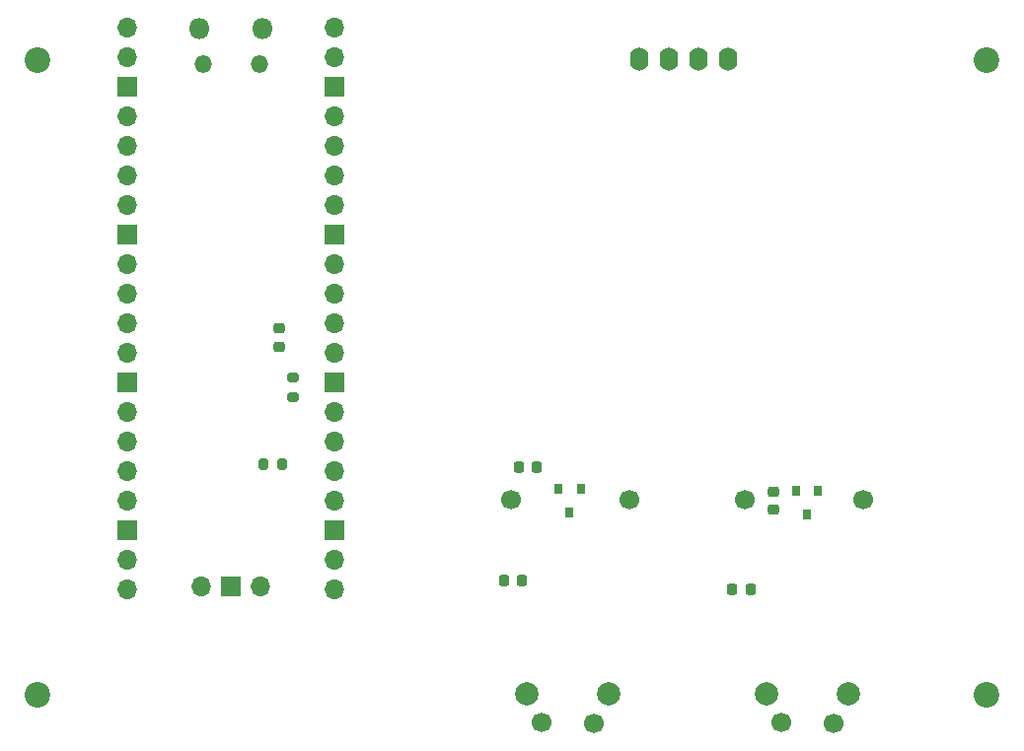
<source format=gbr>
%TF.GenerationSoftware,KiCad,Pcbnew,(7.0.0-0)*%
%TF.CreationDate,2023-02-23T09:19:24-06:00*%
%TF.ProjectId,first_keeb,66697273-745f-46b6-9565-622e6b696361,rev?*%
%TF.SameCoordinates,Original*%
%TF.FileFunction,Soldermask,Bot*%
%TF.FilePolarity,Negative*%
%FSLAX46Y46*%
G04 Gerber Fmt 4.6, Leading zero omitted, Abs format (unit mm)*
G04 Created by KiCad (PCBNEW (7.0.0-0)) date 2023-02-23 09:19:24*
%MOMM*%
%LPD*%
G01*
G04 APERTURE LIST*
G04 Aperture macros list*
%AMRoundRect*
0 Rectangle with rounded corners*
0 $1 Rounding radius*
0 $2 $3 $4 $5 $6 $7 $8 $9 X,Y pos of 4 corners*
0 Add a 4 corners polygon primitive as box body*
4,1,4,$2,$3,$4,$5,$6,$7,$8,$9,$2,$3,0*
0 Add four circle primitives for the rounded corners*
1,1,$1+$1,$2,$3*
1,1,$1+$1,$4,$5*
1,1,$1+$1,$6,$7*
1,1,$1+$1,$8,$9*
0 Add four rect primitives between the rounded corners*
20,1,$1+$1,$2,$3,$4,$5,0*
20,1,$1+$1,$4,$5,$6,$7,0*
20,1,$1+$1,$6,$7,$8,$9,0*
20,1,$1+$1,$8,$9,$2,$3,0*%
G04 Aperture macros list end*
%ADD10O,1.600000X2.000000*%
%ADD11C,2.200000*%
%ADD12C,2.000000*%
%ADD13C,1.700000*%
%ADD14O,1.700000X1.700000*%
%ADD15R,1.700000X1.700000*%
%ADD16O,1.800000X1.800000*%
%ADD17O,1.500000X1.500000*%
%ADD18RoundRect,0.225000X0.225000X0.250000X-0.225000X0.250000X-0.225000X-0.250000X0.225000X-0.250000X0*%
%ADD19RoundRect,0.225000X-0.250000X0.225000X-0.250000X-0.225000X0.250000X-0.225000X0.250000X0.225000X0*%
%ADD20R,0.800000X0.900000*%
%ADD21RoundRect,0.225000X0.250000X-0.225000X0.250000X0.225000X-0.250000X0.225000X-0.250000X-0.225000X0*%
%ADD22RoundRect,0.200000X0.200000X0.275000X-0.200000X0.275000X-0.200000X-0.275000X0.200000X-0.275000X0*%
%ADD23RoundRect,0.200000X0.275000X-0.200000X0.275000X0.200000X-0.275000X0.200000X-0.275000X-0.200000X0*%
G04 APERTURE END LIST*
D10*
%TO.C,SSD1306*%
X82789999Y-70399999D03*
X80249999Y-70399999D03*
X77709999Y-70399999D03*
X75169999Y-70399999D03*
%TD*%
D11*
%TO.C,REF\u002A\u002A*%
X104970000Y-125000000D03*
%TD*%
D12*
%TO.C,REF\u002A\u002A*%
X93060000Y-124885000D03*
X86050000Y-124885000D03*
D13*
X91800000Y-127425000D03*
X87310000Y-127375000D03*
%TD*%
D11*
%TO.C,REF\u002A\u002A*%
X23470000Y-70500000D03*
%TD*%
D14*
%TO.C,U1*%
X42649999Y-115669999D03*
D15*
X40109999Y-115669999D03*
D14*
X37569999Y-115669999D03*
X48999999Y-67639999D03*
X48999999Y-70179999D03*
D15*
X48999999Y-72719999D03*
D14*
X48999999Y-75259999D03*
X48999999Y-77799999D03*
X48999999Y-80339999D03*
X48999999Y-82879999D03*
D15*
X48999999Y-85419999D03*
D14*
X48999999Y-87959999D03*
X48999999Y-90499999D03*
X48999999Y-93039999D03*
X48999999Y-95579999D03*
D15*
X48999999Y-98119999D03*
D14*
X48999999Y-100659999D03*
X48999999Y-103199999D03*
X48999999Y-105739999D03*
X48999999Y-108279999D03*
D15*
X48999999Y-110819999D03*
D14*
X48999999Y-113359999D03*
X48999999Y-115899999D03*
X31219999Y-115899999D03*
X31219999Y-113359999D03*
D15*
X31219999Y-110819999D03*
D14*
X31219999Y-108279999D03*
X31219999Y-105739999D03*
X31219999Y-103199999D03*
X31219999Y-100659999D03*
D15*
X31219999Y-98119999D03*
D14*
X31219999Y-95579999D03*
X31219999Y-93039999D03*
X31219999Y-90499999D03*
X31219999Y-87959999D03*
D15*
X31219999Y-85419999D03*
D14*
X31219999Y-82879999D03*
X31219999Y-80339999D03*
X31219999Y-77799999D03*
X31219999Y-75259999D03*
D15*
X31219999Y-72719999D03*
D14*
X31219999Y-70179999D03*
X31219999Y-67639999D03*
D16*
X42834999Y-67769999D03*
D17*
X42534999Y-70799999D03*
X37684999Y-70799999D03*
D16*
X37384999Y-67769999D03*
%TD*%
D13*
%TO.C,REF\u002A\u002A*%
X74330000Y-108195000D03*
X64170000Y-108195000D03*
%TD*%
D11*
%TO.C,REF\u002A\u002A*%
X104970000Y-70500000D03*
%TD*%
D13*
%TO.C,REF\u002A\u002A*%
X94330000Y-108195000D03*
X84170000Y-108195000D03*
%TD*%
D12*
%TO.C,REF\u002A\u002A*%
X72490000Y-124885000D03*
X65480000Y-124885000D03*
D13*
X71230000Y-127425000D03*
X66740000Y-127375000D03*
%TD*%
D11*
%TO.C,REF\u002A\u002A*%
X23470000Y-125000000D03*
%TD*%
D18*
%TO.C,CUP*%
X83125000Y-115895000D03*
X84675000Y-115895000D03*
%TD*%
D19*
%TO.C,CUP*%
X86680000Y-109110000D03*
X86680000Y-107560000D03*
%TD*%
D20*
%TO.C,SENS*%
X69159999Y-109284999D03*
X70109999Y-107284999D03*
X68209999Y-107284999D03*
%TD*%
D21*
%TO.C,RST*%
X44240000Y-93530000D03*
X44240000Y-95080000D03*
%TD*%
D22*
%TO.C,PULL*%
X42880000Y-105215000D03*
X44530000Y-105215000D03*
%TD*%
D18*
%TO.C,CUP*%
X64785000Y-105455000D03*
X66335000Y-105455000D03*
%TD*%
D23*
%TO.C,PULL*%
X45420000Y-97760000D03*
X45420000Y-99410000D03*
%TD*%
D20*
%TO.C,REF\u002A\u002A*%
X89519999Y-109484999D03*
X90469999Y-107484999D03*
X88569999Y-107484999D03*
%TD*%
D18*
%TO.C,CUP*%
X63510000Y-115145000D03*
X65060000Y-115145000D03*
%TD*%
M02*

</source>
